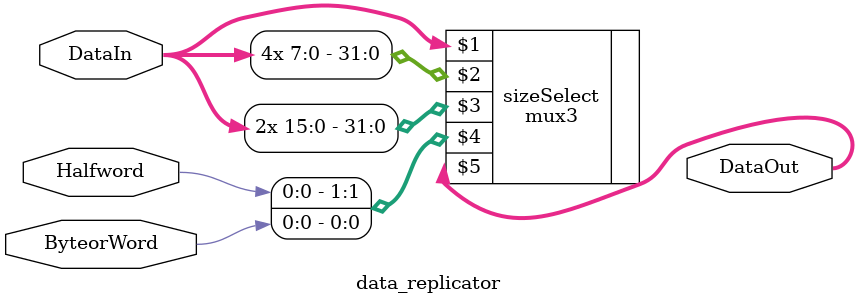
<source format=sv>
module data_replicator (input  logic        ByteorWord, //byte or word 
						input  logic		Halfword,	// if halfword
                        input  logic [31:0] DataIn, //Data word from memory
              		    output logic [31:0] DataOut);

/***** Brief Description *******
 * Created by Eric Storm for Clay Wolkin 2014-2015
 * 32-BIT DATAPATH EXECUTE STAGE
 * The data_selector is used for STR, STRB and STRH to select the data (including offset)
 * Gets data from registers and chooses output to write accordingly to memory.
 *
 ******************************/
  mux3 #(32) sizeSelect(DataIn, {4{DataIn[7:0]}}, {2{DataIn[15:0]}}, {Halfword, ByteorWord}, DataOut); // 00 is word, 01 is byte, 10 is halfword.
endmodule
</source>
